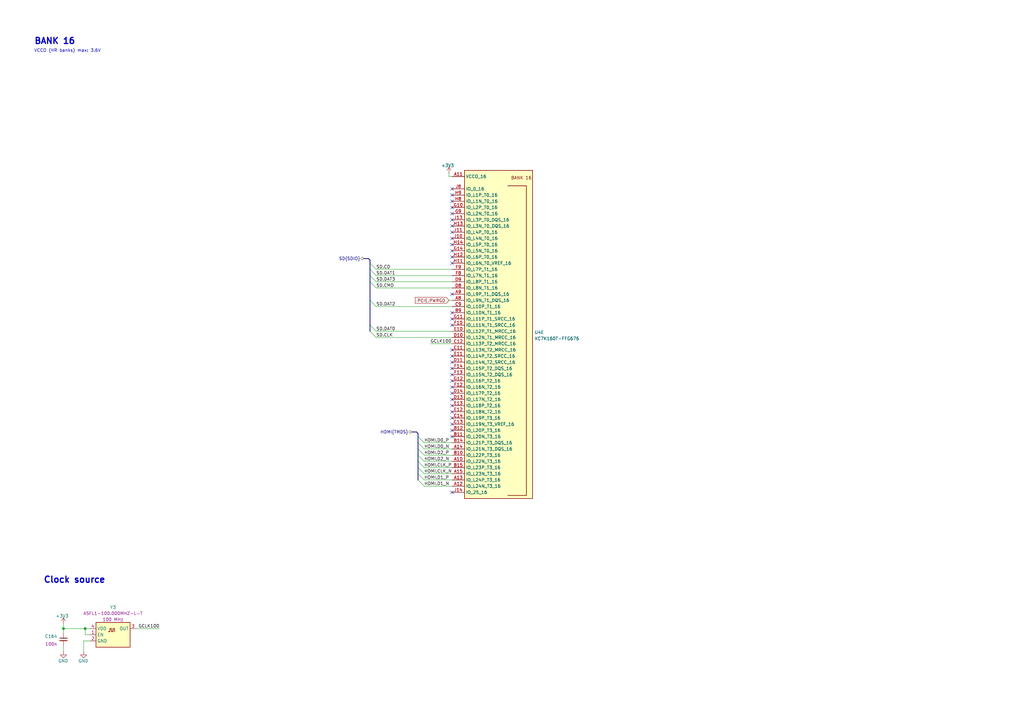
<source format=kicad_sch>
(kicad_sch (version 20230121) (generator eeschema)
  (paper "A3")
  (title_block (title "SO-DIMM DDR5 Tester") (date "2024-04-23") (rev "1.2.0") (comment 1 "www.antmicro.com") (comment 2 "Antmicro Ltd"))
  (junction (at 34.925 257.81))
  (junction (at 26.035 257.81))
  (no_connect (at 185.42 201.93))
  (no_connect (at 185.42 80.01))
  (no_connect (at 185.42 130.81))
  (no_connect (at 185.42 97.79))
  (no_connect (at 185.42 95.25))
  (no_connect (at 185.42 87.63))
  (no_connect (at 185.42 90.17))
  (no_connect (at 185.42 82.55))
  (no_connect (at 185.42 128.27))
  (no_connect (at 185.42 107.95))
  (no_connect (at 185.42 92.71))
  (no_connect (at 185.42 102.87))
  (no_connect (at 185.42 173.99))
  (no_connect (at 185.42 143.51))
  (no_connect (at 185.42 146.05))
  (no_connect (at 185.42 105.41))
  (no_connect (at 185.42 161.29))
  (no_connect (at 185.42 156.21))
  (no_connect (at 185.42 176.53))
  (no_connect (at 185.42 100.33))
  (no_connect (at 185.42 168.91))
  (no_connect (at 185.42 151.13))
  (no_connect (at 185.42 166.37))
  (no_connect (at 185.42 133.35))
  (no_connect (at 185.42 163.83))
  (no_connect (at 185.42 120.65))
  (no_connect (at 185.42 179.07))
  (no_connect (at 185.42 158.75))
  (no_connect (at 185.42 77.47))
  (no_connect (at 185.42 153.67))
  (no_connect (at 185.42 148.59))
  (no_connect (at 185.42 85.09))
  (no_connect (at 185.42 171.45))
  (bus_entry (at 154.305 135.89) (size -2.54 -2.54))
  (bus_entry (at 154.305 118.11) (size -2.54 -2.54))
  (bus_entry (at 154.305 115.57) (size -2.54 -2.54))
  (bus_entry (at 173.99 184.15) (size -2.54 -2.54))
  (bus_entry (at 154.305 125.73) (size -2.54 -2.54))
  (bus_entry (at 173.99 196.85) (size -2.54 -2.54))
  (bus_entry (at 173.99 186.69) (size -2.54 -2.54))
  (bus_entry (at 154.305 110.49) (size -2.54 -2.54))
  (bus_entry (at 173.99 194.31) (size -2.54 -2.54))
  (bus_entry (at 154.305 138.43) (size -2.54 -2.54))
  (bus_entry (at 173.99 189.23) (size -2.54 -2.54))
  (bus_entry (at 154.305 113.03) (size -2.54 -2.54))
  (bus_entry (at 173.99 181.61) (size -2.54 -2.54))
  (bus_entry (at 173.99 191.77) (size -2.54 -2.54))
  (bus_entry (at 173.99 199.39) (size -2.54 -2.54))
  (wire (pts (xy 154.305 113.03) (xy 185.42 113.03)))
  (bus (pts (xy 149.225 106.045) (xy 151.13 106.045)))
  (bus (pts (xy 171.45 177.8) (xy 171.45 179.07)))
  (bus (pts (xy 171.45 194.31) (xy 171.45 196.85)))
  (bus (pts (xy 171.45 186.69) (xy 171.45 189.23)))
  (bus (pts (xy 151.765 115.57) (xy 151.765 123.19)))
  (bus (pts (xy 151.765 133.35) (xy 151.765 135.89)))
  (bus (pts (xy 168.91 177.165) (xy 170.815 177.165)))
  (bus (pts (xy 170.815 177.165) (xy 171.45 177.8)))
  (wire (pts (xy 185.42 189.23) (xy 173.99 189.23)))
  (bus (pts (xy 151.765 123.19) (xy 151.765 133.35)))
  (wire (pts (xy 26.035 267.335) (xy 26.035 264.795)))
  (wire (pts (xy 185.42 186.69) (xy 173.99 186.69)))
  (wire (pts (xy 184.15 71.12) (xy 184.15 72.39)))
  (bus (pts (xy 151.13 106.045) (xy 151.765 106.68)))
  (wire (pts (xy 154.305 135.89) (xy 185.42 135.89)))
  (wire (pts (xy 154.305 138.43) (xy 185.42 138.43)))
  (wire (pts (xy 34.29 262.89) (xy 34.29 267.335)))
  (wire (pts (xy 154.305 115.57) (xy 185.42 115.57)))
  (bus (pts (xy 171.45 191.77) (xy 171.45 194.31)))
  (bus (pts (xy 151.765 110.49) (xy 151.765 113.03)))
  (bus (pts (xy 151.765 107.95) (xy 151.765 110.49)))
  (wire (pts (xy 176.53 140.97) (xy 185.42 140.97)))
  (bus (pts (xy 171.45 189.23) (xy 171.45 191.77)))
  (wire (pts (xy 26.035 257.81) (xy 34.925 257.81)))
  (bus (pts (xy 171.45 181.61) (xy 171.45 184.15)))
  (wire (pts (xy 185.42 181.61) (xy 173.99 181.61)))
  (wire (pts (xy 185.42 72.39) (xy 184.15 72.39)))
  (wire (pts (xy 185.42 196.85) (xy 173.99 196.85)))
  (wire (pts (xy 154.305 125.73) (xy 185.42 125.73)))
  (wire (pts (xy 185.42 194.31) (xy 173.99 194.31)))
  (wire (pts (xy 26.035 255.905) (xy 26.035 257.81)))
  (wire (pts (xy 34.925 260.35) (xy 34.925 257.81)))
  (wire (pts (xy 26.035 259.715) (xy 26.035 257.81)))
  (bus (pts (xy 171.45 179.07) (xy 171.45 181.61)))
  (bus (pts (xy 151.765 113.03) (xy 151.765 115.57)))
  (wire (pts (xy 36.83 262.89) (xy 34.29 262.89)))
  (bus (pts (xy 151.765 106.68) (xy 151.765 107.95)))
  (wire (pts (xy 184.15 123.19) (xy 185.42 123.19)))
  (wire (pts (xy 34.925 257.81) (xy 36.83 257.81)))
  (wire (pts (xy 185.42 184.15) (xy 173.99 184.15)))
  (wire (pts (xy 154.305 118.11) (xy 185.42 118.11)))
  (wire (pts (xy 185.42 191.77) (xy 173.99 191.77)))
  (wire (pts (xy 154.305 110.49) (xy 185.42 110.49)))
  (wire (pts (xy 55.88 257.81) (xy 65.405 257.81)))
  (bus (pts (xy 171.45 184.15) (xy 171.45 186.69)))
  (wire (pts (xy 185.42 199.39) (xy 173.99 199.39)))
  (wire (pts (xy 36.83 260.35) (xy 34.925 260.35)))
  (text "Clock source" (at 17.78 239.395 0) (effects (font (size 2.54 2.54) (thickness 0.4978) bold) (justify left bottom)))
  (text "BANK 16" (at 13.97 18.415 0) (effects (font (size 2.4892 2.4892) (thickness 0.4978) bold) (justify left bottom)))
  (text "VCCO (HR banks) max: 3.6V" (at 13.97 21.59 0) (effects (font (size 1.27 1.27)) (justify left bottom)))
  (label "SD.DAT0" (at 154.305 135.89 0))
  (label "SD.CMD" (at 154.305 118.11 0))
  (label "GCLK100" (at 176.53 140.97 0))
  (label "SD.DAT1" (at 154.305 113.03 0))
  (label "SD.CD" (at 154.305 110.49 0))
  (label "SD.CLK" (at 154.305 138.43 0))
  (label "GCLK100" (at 65.405 257.81 180))
  (label "HDMI.D2_P" (at 173.99 186.69 0))
  (label "HDMI.D2_N" (at 173.99 189.23 0))
  (label "SD.DAT3" (at 154.305 115.57 0))
  (label "HDMI.CLK_N" (at 173.99 194.31 0))
  (label "HDMI.CLK_P" (at 173.99 191.77 0))
  (label "HDMI.D0_P" (at 173.99 181.61 0))
  (label "HDMI.D0_N" (at 173.99 184.15 0))
  (label "HDMI.D1_P" (at 173.99 196.85 0))
  (label "SD.DAT2" (at 154.305 125.73 0))
  (label "HDMI.D1_N" (at 173.99 199.39 0))
  (global_label "PCIE.PWRGD" (shape input) (at 184.15 123.19 180) (property "Intersheetrefs" "${INTERSHEET_REFS}" (at 170.3958 123.2694 0) (effects (justify right))))
  (hierarchical_label "SD{SDIO}" (shape bidirectional) (at 149.225 106.045 180))
  (hierarchical_label "HDMI{TMDS}" (shape bidirectional) (at 168.91 177.165 180))
  (symbol (lib_id "antmicropower:GND") (at 34.29 267.335 0) (mirror y) (unit 1)
    (property "Reference" "#PWR0265" (effects hide))
    (property "Value" "GND" (at 36.195 271.78 0) (effects (justify left bottom)))
    (property "Author" "Antmicro" (effects hide))
    (property "License" "Apache-2.0" (effects hide))
  )
  (symbol (lib_id "antmicroCapacitors0402:C_100n_0402") (at 26.035 259.715 90) (mirror x) (unit 1)
    (property "Reference" "C164" (at 23.495 260.9913 90) (effects (justify left)))
    (property "Value" "C_100n_0402" (effects hide))
    (property "Footprint" "antmicro-footprints:C_0402_1005Metric" (effects hide))
    (property "Datasheet" "https://www.murata.com/products/productdetail?partno=GRM155R61H104KE14%23" (effects hide))
    (property "Manufacturer" "Murata" (effects hide))
    (property "MPN" "GRM155R61H104KE14D" (effects hide))
    (property "Val" "100n" (at 23.495 264.1662 90) (effects (justify left)))
    (property "License" "Apache-2.0" (effects hide))
    (property "Author" "Antmicro" (effects hide))
    (property "Voltage" "50V" (effects hide))
    (property "Dielectric" "X5R" (effects hide))
  )
  (symbol (lib_id "antmicroOscillators:Oscillator_100MHz_ASFL1") (at 36.83 257.81 0) (unit 1)
    (property "Reference" "Y3" (at 46.355 249.0612 0))
    (property "Value" "Oscillator_100MHz_ASFL1" (effects hide))
    (property "Footprint" "antmicro-footprints:Oscillator_SMD_Abracon_ASFL1-4Pin_5.0x3.2mm" (effects hide))
    (property "Datasheet" "https://abracon.com/Oscillators/ASFL1.pdf" (effects hide))
    (property "MPN" "ASFL1-100.000MHZ-L-T" (at 46.355 251.5849 0))
    (property "Manufacturer" "Abracon" (effects hide))
    (property "Val" "100 MHz" (at 46.355 254.1086 0))
    (property "Author" "Antmicro" (effects hide))
    (property "License" "Apache-2.0" (effects hide))
  )
  (symbol (lib_id "antmicroFPGAChips:XC7K160T-FFG676") (at 185.42 72.39 0) (unit 5)
    (property "Reference" "U4" (at 219.202 136.3294 0) (effects (justify left)))
    (property "Value" "XC7K160T-FFG676" (at 219.202 138.8597 0) (effects (justify left)))
    (property "Footprint" "antmicro-footprints:BGA-676_27x27mm_Layout26x26_P1x1mm_FFG676" (effects hide))
    (property "Datasheet" "https://docs.xilinx.com/v/u/en-US/ds180_7Series_Overview" (effects hide))
    (property "MPN" "XC7K160T-FFG676" (effects hide))
    (property "Author" "Antmicro" (effects hide))
    (property "License" "Apache-2.0" (effects hide))
    (property "Manufacturer" "AMD-Xilinx" (effects hide))
  )
  (symbol (lib_id "antmicropower:+3V3") (at 26.035 255.905 0) (unit 1)
    (property "Reference" "#PWR0263" (effects hide))
    (property "Value" "+3V3" (at 22.86 253.365 0) (effects (justify left bottom)))
    (property "Author" "Antmicro" (effects hide))
    (property "License" "Apache-2.0" (effects hide))
  )
  (symbol (lib_id "antmicropower:GND") (at 26.035 267.335 0) (mirror y) (unit 1)
    (property "Reference" "#PWR0264" (effects hide))
    (property "Value" "GND" (at 27.94 271.78 0) (effects (justify left bottom)))
    (property "Author" "Antmicro" (effects hide))
    (property "License" "Apache-2.0" (effects hide))
  )
  (symbol (lib_id "antmicropower:+3V3") (at 184.15 71.12 0) (unit 1)
    (property "Reference" "#PWR0262" (effects hide))
    (property "Value" "+3V3" (at 180.975 68.58 0) (effects (justify left bottom)))
    (property "Author" "Antmicro" (effects hide))
    (property "License" "Apache-2.0" (effects hide))
  )
)
</source>
